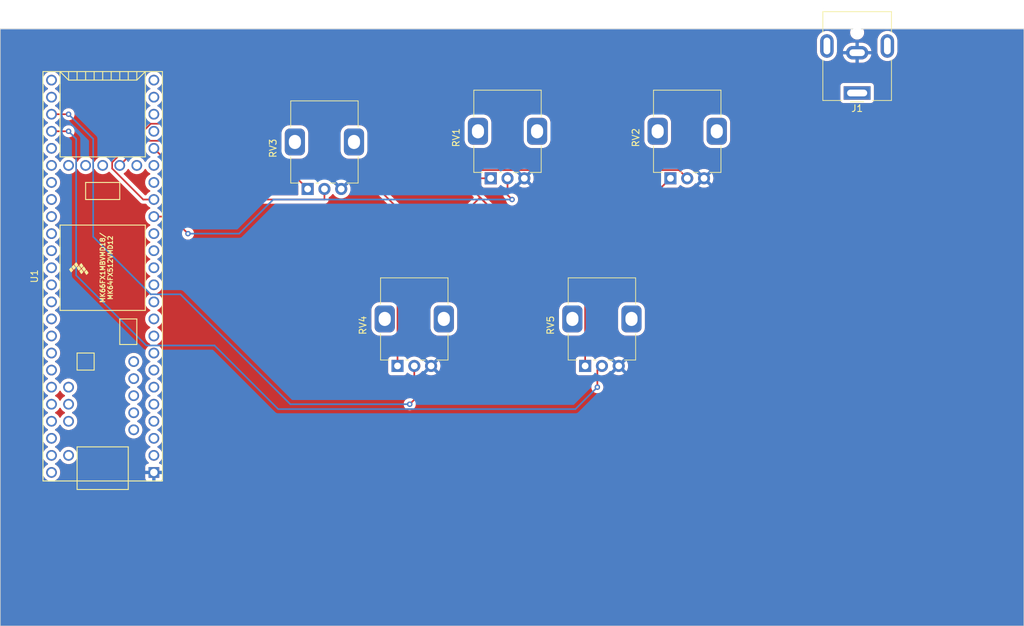
<source format=kicad_pcb>
(kicad_pcb (version 20240108) (generator "pcbnew") (generator_version "8.0")
  (layers (0 "F.Cu" signal) (31 "B.Cu" signal) (34 "B.Paste" user) (35 "F.Paste" user) (36 "B.SilkS" user "B.Silkscreen") (37 "F.SilkS" user "F.Silkscreen") (38 "B.Mask" user) (39 "F.Mask" user) (44 "Edge.Cuts" user))
  (net 0 "")
  (net 1 "GND")
  (net 2 "VCC")
  (net 57 "/grain_size_pot")
  (net 58 "teensy_3v3")
  (net 59 "/spread_pot")
  (net 60 "/density_pot")
  (net 61 "/wet_dry_pot")
  (net 62 "/volume_pot")
  (footprint "Potentiometer_THT:Potentiometer_Alps_RK09K_Single_Vertical" (layer "F.Cu") (at 98.42 62.88 90)
    (property "Reference" "RV1" (at 6.05 -5.15 90) (layer "F.SilkS"))
    (property "Value" "R_Potentiometer")
    (fp_line (start 13.12 -2.521) (end 13.12 7.52) (stroke (width 0.12)) (layer "F.SilkS"))
    (fp_line (start 9.184 -2.521) (end 13.12 -2.521) (stroke (width 0.12)) (layer "F.SilkS"))
    (fp_line (start 0.88 -2.521) (end 4.817 -2.521) (stroke (width 0.12)) (layer "F.SilkS"))
    (fp_line (start 0.88 -2.521) (end 0.88 -1.2) (stroke (width 0.12)) (layer "F.SilkS"))
    (fp_line (start 0.88 1.25) (end 0.88 1.63) (stroke (width 0.12)) (layer "F.SilkS"))
    (fp_line (start 0.88 3.371) (end 0.88 4.13) (stroke (width 0.12)) (layer "F.SilkS"))
    (fp_line (start 0.88 5.87) (end 0.88 7.52) (stroke (width 0.12)) (layer "F.SilkS"))
    (fp_line (start 9.184 7.52) (end 13.12 7.52) (stroke (width 0.12)) (layer "F.SilkS"))
    (fp_line (start 0.88 7.52) (end 4.817 7.52) (stroke (width 0.12)) (layer "F.SilkS"))
    (pad "1" thru_hole rect (at 0 0 90) (size 1.8 1.8) (drill 1) (layers "*.Cu" "*.Mask") (net 58 "teensy_3v3"))
    (pad "2" thru_hole circle (at 0 2.5 90) (size 1.8 1.8) (drill 1) (layers "*.Cu" "*.Mask") (net 57 "/grain_size_pot"))
    (pad "3" thru_hole circle (at 0 5 90) (size 1.8 1.8) (drill 1) (layers "*.Cu" "*.Mask") (net 1 "GND"))
    (pad "MP" thru_hole roundrect (at 7 -1.9 90) (size 4 3) (drill oval 2.1 1.8) (layers "*.Cu" "*.Mask"))
    (pad "MP" thru_hole roundrect (at 7 6.9 90) (size 4 3) (drill oval 2.1 1.8) (layers "*.Cu" "*.Mask"))
  )
  (footprint "Potentiometer_THT:Potentiometer_Alps_RK09K_Single_Vertical" (layer "F.Cu") (at 84.54 90.82 90)
    (property "Reference" "RV4" (at 6.05 -5.15 90) (layer "F.SilkS"))
    (property "Value" "R_Potentiometer")
    (fp_line (start 13.12 -2.521) (end 13.12 7.52) (stroke (width 0.12)) (layer "F.SilkS"))
    (fp_line (start 9.184 -2.521) (end 13.12 -2.521) (stroke (width 0.12)) (layer "F.SilkS"))
    (fp_line (start 0.88 -2.521) (end 4.817 -2.521) (stroke (width 0.12)) (layer "F.SilkS"))
    (fp_line (start 0.88 -2.521) (end 0.88 -1.2) (stroke (width 0.12)) (layer "F.SilkS"))
    (fp_line (start 0.88 1.25) (end 0.88 1.63) (stroke (width 0.12)) (layer "F.SilkS"))
    (fp_line (start 0.88 3.371) (end 0.88 4.13) (stroke (width 0.12)) (layer "F.SilkS"))
    (fp_line (start 0.88 5.87) (end 0.88 7.52) (stroke (width 0.12)) (layer "F.SilkS"))
    (fp_line (start 9.184 7.52) (end 13.12 7.52) (stroke (width 0.12)) (layer "F.SilkS"))
    (fp_line (start 0.88 7.52) (end 4.817 7.52) (stroke (width 0.12)) (layer "F.SilkS"))
    (pad "1" thru_hole rect (at 0 0 90) (size 1.8 1.8) (drill 1) (layers "*.Cu" "*.Mask") (net 58 "teensy_3v3"))
    (pad "2" thru_hole circle (at 0 2.5 90) (size 1.8 1.8) (drill 1) (layers "*.Cu" "*.Mask") (net 61 "/wet_dry_pot"))
    (pad "3" thru_hole circle (at 0 5 90) (size 1.8 1.8) (drill 1) (layers "*.Cu" "*.Mask") (net 1 "GND"))
    (pad "MP" thru_hole roundrect (at 7 -1.9 90) (size 4 3) (drill oval 2.1 1.8) (layers "*.Cu" "*.Mask"))
    (pad "MP" thru_hole roundrect (at 7 6.9 90) (size 4 3) (drill oval 2.1 1.8) (layers "*.Cu" "*.Mask"))
  )
  (footprint "Potentiometer_THT:Potentiometer_Alps_RK09K_Single_Vertical" (layer "F.Cu") (at 71.16 64.47 90)
    (property "Reference" "RV3" (at 6.05 -5.15 90) (layer "F.SilkS"))
    (property "Value" "R_Potentiometer")
    (fp_line (start 13.12 -2.521) (end 13.12 7.52) (stroke (width 0.12)) (layer "F.SilkS"))
    (fp_line (start 9.184 -2.521) (end 13.12 -2.521) (stroke (width 0.12)) (layer "F.SilkS"))
    (fp_line (start 0.88 -2.521) (end 4.817 -2.521) (stroke (width 0.12)) (layer "F.SilkS"))
    (fp_line (start 0.88 -2.521) (end 0.88 -1.2) (stroke (width 0.12)) (layer "F.SilkS"))
    (fp_line (start 0.88 1.25) (end 0.88 1.63) (stroke (width 0.12)) (layer "F.SilkS"))
    (fp_line (start 0.88 3.371) (end 0.88 4.13) (stroke (width 0.12)) (layer "F.SilkS"))
    (fp_line (start 0.88 5.87) (end 0.88 7.52) (stroke (width 0.12)) (layer "F.SilkS"))
    (fp_line (start 9.184 7.52) (end 13.12 7.52) (stroke (width 0.12)) (layer "F.SilkS"))
    (fp_line (start 0.88 7.52) (end 4.817 7.52) (stroke (width 0.12)) (layer "F.SilkS"))
    (pad "1" thru_hole rect (at 0 0 90) (size 1.8 1.8) (drill 1) (layers "*.Cu" "*.Mask") (net 58 "teensy_3v3"))
    (pad "2" thru_hole circle (at 0 2.5 90) (size 1.8 1.8) (drill 1) (layers "*.Cu" "*.Mask") (net 60 "/density_pot"))
    (pad "3" thru_hole circle (at 0 5 90) (size 1.8 1.8) (drill 1) (layers "*.Cu" "*.Mask") (net 1 "GND"))
    (pad "MP" thru_hole roundrect (at 7 -1.9 90) (size 4 3) (drill oval 2.1 1.8) (layers "*.Cu" "*.Mask"))
    (pad "MP" thru_hole roundrect (at 7 6.9 90) (size 4 3) (drill oval 2.1 1.8) (layers "*.Cu" "*.Mask"))
  )
  (footprint "Potentiometer_THT:Potentiometer_Alps_RK09K_Single_Vertical" (layer "F.Cu") (at 112.48 90.82 90)
    (property "Reference" "RV5" (at 6.05 -5.15 90) (layer "F.SilkS"))
    (property "Value" "R_Potentiometer")
    (fp_line (start 13.12 -2.521) (end 13.12 7.52) (stroke (width 0.12)) (layer "F.SilkS"))
    (fp_line (start 9.184 -2.521) (end 13.12 -2.521) (stroke (width 0.12)) (layer "F.SilkS"))
    (fp_line (start 0.88 -2.521) (end 4.817 -2.521) (stroke (width 0.12)) (layer "F.SilkS"))
    (fp_line (start 0.88 -2.521) (end 0.88 -1.2) (stroke (width 0.12)) (layer "F.SilkS"))
    (fp_line (start 0.88 1.25) (end 0.88 1.63) (stroke (width 0.12)) (layer "F.SilkS"))
    (fp_line (start 0.88 3.371) (end 0.88 4.13) (stroke (width 0.12)) (layer "F.SilkS"))
    (fp_line (start 0.88 5.87) (end 0.88 7.52) (stroke (width 0.12)) (layer "F.SilkS"))
    (fp_line (start 9.184 7.52) (end 13.12 7.52) (stroke (width 0.12)) (layer "F.SilkS"))
    (fp_line (start 0.88 7.52) (end 4.817 7.52) (stroke (width 0.12)) (layer "F.SilkS"))
    (pad "1" thru_hole rect (at 0 0 90) (size 1.8 1.8) (drill 1) (layers "*.Cu" "*.Mask") (net 58 "teensy_3v3"))
    (pad "2" thru_hole circle (at 0 2.5 90) (size 1.8 1.8) (drill 1) (layers "*.Cu" "*.Mask") (net 62 "/volume_pot"))
    (pad "3" thru_hole circle (at 0 5 90) (size 1.8 1.8) (drill 1) (layers "*.Cu" "*.Mask") (net 1 "GND"))
    (pad "MP" thru_hole roundrect (at 7 -1.9 90) (size 4 3) (drill oval 2.1 1.8) (layers "*.Cu" "*.Mask"))
    (pad "MP" thru_hole roundrect (at 7 6.9 90) (size 4 3) (drill oval 2.1 1.8) (layers "*.Cu" "*.Mask"))
  )
  (footprint "teensy:Teensy35_36" (layer "F.Cu") (at 40.64 77.47 90)
    (property "Reference" "U1" (at 0 -10.16 90) (layer "F.SilkS"))
    (property "Value" "Teensy3.6")
    (fp_line (start 30.48 -8.89) (end -30.48 -8.89) (stroke (width 0.15)) (layer "F.SilkS"))
    (fp_line (start 30.48 -8.89) (end 30.48 8.89) (stroke (width 0.15)) (layer "F.SilkS"))
    (fp_line (start 30.48 -6.35) (end 17.78 -6.35) (stroke (width 0.15)) (layer "F.SilkS"))
    (fp_line (start 17.78 -6.35) (end 17.78 6.35) (stroke (width 0.15)) (layer "F.SilkS"))
    (fp_line (start -5.08 -6.35) (end 7.62 -6.35) (stroke (width 0.15)) (layer "F.SilkS"))
    (fp_line (start -5.08 -6.35) (end -5.08 6.35) (stroke (width 0.15)) (layer "F.SilkS"))
    (fp_line (start 29.21 -5.08) (end 30.48 -6.35) (stroke (width 0.15)) (layer "F.SilkS"))
    (fp_line (start 29.21 -5.08) (end 30.48 -5.08) (stroke (width 0.15)) (layer "F.SilkS"))
    (fp_line (start 29.21 -3.81) (end 30.48 -3.81) (stroke (width 0.15)) (layer "F.SilkS"))
    (fp_line (start -11.43 -3.81) (end -13.97 -3.81) (stroke (width 0.15)) (layer "F.SilkS"))
    (fp_line (start -13.97 -3.81) (end -13.97 -1.27) (stroke (width 0.15)) (layer "F.SilkS"))
    (fp_line (start -25.4 -3.81) (end -30.48 -3.81) (stroke (width 0.15)) (layer "F.SilkS"))
    (fp_line (start -31.75 -3.81) (end -30.48 -3.81) (stroke (width 0.15)) (layer "F.SilkS"))
    (fp_line (start 29.21 -2.54) (end 30.48 -2.54) (stroke (width 0.15)) (layer "F.SilkS"))
    (fp_line (start 13.97 -2.54) (end 13.97 2.54) (stroke (width 0.15)) (layer "F.SilkS"))
    (fp_line (start 11.43 -2.54) (end 13.97 -2.54) (stroke (width 0.15)) (layer "F.SilkS"))
    (fp_line (start 29.21 -1.27) (end 30.48 -1.27) (stroke (width 0.15)) (layer "F.SilkS"))
    (fp_line (start -11.43 -1.27) (end -11.43 -3.81) (stroke (width 0.15)) (layer "F.SilkS"))
    (fp_line (start -13.97 -1.27) (end -11.43 -1.27) (stroke (width 0.15)) (layer "F.SilkS"))
    (fp_line (start 29.21 0) (end 30.48 0) (stroke (width 0.15)) (layer "F.SilkS"))
    (fp_line (start 29.21 1.27) (end 30.48 1.27) (stroke (width 0.15)) (layer "F.SilkS"))
    (fp_line (start 29.21 2.54) (end 30.48 2.54) (stroke (width 0.15)) (layer "F.SilkS"))
    (fp_line (start 13.97 2.54) (end 11.43 2.54) (stroke (width 0.15)) (layer "F.SilkS"))
    (fp_line (start 11.43 2.54) (end 11.43 -2.54) (stroke (width 0.15)) (layer "F.SilkS"))
    (fp_line (start -6.35 2.54) (end -6.35 5.08) (stroke (width 0.15)) (layer "F.SilkS"))
    (fp_line (start -10.16 2.54) (end -6.35 2.54) (stroke (width 0.15)) (layer "F.SilkS"))
    (fp_line (start 29.21 3.81) (end 30.48 3.81) (stroke (width 0.15)) (layer "F.SilkS"))
    (fp_line (start -25.4 3.81) (end -25.4 -3.81) (stroke (width 0.15)) (layer "F.SilkS"))
    (fp_line (start -25.4 3.81) (end -30.48 3.81) (stroke (width 0.15)) (layer "F.SilkS"))
    (fp_line (start -30.48 3.81) (end -31.75 3.81) (stroke (width 0.15)) (layer "F.SilkS"))
    (fp_line (start -31.75 3.81) (end -31.75 -3.81) (stroke (width 0.15)) (layer "F.SilkS"))
    (fp_line (start 29.21 5.08) (end 29.21 -5.08) (stroke (width 0.15)) (layer "F.SilkS"))
    (fp_line (start 29.21 5.08) (end 30.48 5.08) (stroke (width 0.15)) (layer "F.SilkS"))
    (fp_line (start -6.35 5.08) (end -10.16 5.08) (stroke (width 0.15)) (layer "F.SilkS"))
    (fp_line (start -10.16 5.08) (end -10.16 2.54) (stroke (width 0.15)) (layer "F.SilkS"))
    (fp_line (start 30.48 6.35) (end 29.21 5.08) (stroke (width 0.15)) (layer "F.SilkS"))
    (fp_line (start 17.78 6.35) (end 30.48 6.35) (stroke (width 0.15)) (layer "F.SilkS"))
    (fp_line (start 7.62 6.35) (end 7.62 -6.35) (stroke (width 0.15)) (layer "F.SilkS"))
    (fp_line (start -5.08 6.35) (end 7.62 6.35) (stroke (width 0.15)) (layer "F.SilkS"))
    (fp_line (start -30.48 8.89) (end -30.48 -8.89) (stroke (width 0.15)) (layer "F.SilkS"))
    (fp_line (start -30.48 8.89) (end 30.48 8.89) (stroke (width 0.15)) (layer "F.SilkS"))
    (fp_poly (pts (xy 1.016 -4.953) (xy 1.27 -4.699) (xy 0.889 -4.445) (xy 0.635 -4.699)) (stroke (width 0.1)) (fill solid) (layer "F.SilkS"))
    (fp_poly (pts (xy 1.397 -4.572) (xy 1.651 -4.318) (xy 1.27 -4.064) (xy 1.016 -4.318)) (stroke (width 0.1)) (fill solid) (layer "F.SilkS"))
    (fp_poly (pts (xy 1.778 -4.191) (xy 2.032 -3.937) (xy 1.651 -3.683) (xy 1.397 -3.937)) (stroke (width 0.1)) (fill solid) (layer "F.SilkS"))
    (fp_poly (pts (xy 1.27 -3.81) (xy 1.524 -3.556) (xy 1.143 -3.302) (xy 0.889 -3.556)) (stroke (width 0.1)) (fill solid) (layer "F.SilkS"))
    (fp_poly (pts (xy 1.651 -3.429) (xy 1.905 -3.175) (xy 1.524 -2.921) (xy 1.27 -3.175)) (stroke (width 0.1)) (fill solid) (layer "F.SilkS"))
    (fp_poly (pts (xy 0.762 -3.429) (xy 1.016 -3.175) (xy 0.635 -2.921) (xy 0.381 -3.175)) (stroke (width 0.1)) (fill solid) (layer "F.SilkS"))
    (fp_poly (pts (xy 1.143 -3.048) (xy 1.397 -2.794) (xy 1.016 -2.54) (xy 0.762 -2.794)) (stroke (width 0.1)) (fill solid) (layer "F.SilkS"))
    (fp_poly (pts (xy 0.635 -2.667) (xy 0.889 -2.413) (xy 0.508 -2.159) (xy 0.254 -2.413)) (stroke (width 0.1)) (fill solid) (layer "F.SilkS"))
    (fp_text user "MK66FX1MBVMD18/" (at 1.27 0 90) (layer "F.SilkS") (effects (font (size 0.7 0.7))))
    (fp_text user "MK64FX512VMD12" (at 1.27 1.143 90) (layer "F.SilkS") (effects (font (size 0.7 0.7))))
    (pad "1" thru_hole rect (at -29.21 7.62 90) (size 1.6 1.6) (drill 1.1) (layers "*.Cu" "*.Mask") (net 1 "GND"))
    (pad "2" thru_hole circle (at -26.67 7.62 90) (size 1.6 1.6) (drill 1.1) (layers "*.Cu" "*.Mask"))
    (pad "3" thru_hole circle (at -24.13 7.62 90) (size 1.6 1.6) (drill 1.1) (layers "*.Cu" "*.Mask"))
    (pad "4" thru_hole circle (at -21.59 7.62 90) (size 1.6 1.6) (drill 1.1) (layers "*.Cu" "*.Mask"))
    (pad "5" thru_hole circle (at -19.05 7.62 90) (size 1.6 1.6) (drill 1.1) (layers "*.Cu" "*.Mask"))
    (pad "6" thru_hole circle (at -16.51 7.62 90) (size 1.6 1.6) (drill 1.1) (layers "*.Cu" "*.Mask"))
    (pad "7" thru_hole circle (at -13.97 7.62 90) (size 1.6 1.6) (drill 1.1) (layers "*.Cu" "*.Mask"))
    (pad "8" thru_hole circle (at -11.43 7.62 90) (size 1.6 1.6) (drill 1.1) (layers "*.Cu" "*.Mask"))
    (pad "9" thru_hole circle (at -8.89 7.62 90) (size 1.6 1.6) (drill 1.1) (layers "*.Cu" "*.Mask"))
    (pad "10" thru_hole circle (at -6.35 7.62 90) (size 1.6 1.6) (drill 1.1) (layers "*.Cu" "*.Mask"))
    (pad "11" thru_hole circle (at -3.81 7.62 90) (size 1.6 1.6) (drill 1.1) (layers "*.Cu" "*.Mask"))
    (pad "12" thru_hole circle (at -1.27 7.62 90) (size 1.6 1.6) (drill 1.1) (layers "*.Cu" "*.Mask"))
    (pad "13" thru_hole circle (at 1.27 7.62 90) (size 1.6 1.6) (drill 1.1) (layers "*.Cu" "*.Mask"))
    (pad "14" thru_hole circle (at 3.81 7.62 90) (size 1.6 1.6) (drill 1.1) (layers "*.Cu" "*.Mask"))
    (pad "15" thru_hole circle (at 6.35 7.62 90) (size 1.6 1.6) (drill 1.1) (layers "*.Cu" "*.Mask"))
    (pad "16" thru_hole circle (at 8.89 7.62 90) (size 1.6 1.6) (drill 1.1) (layers "*.Cu" "*.Mask") (net 57 "/grain_size_pot"))
    (pad "17" thru_hole circle (at 11.43 7.62 90) (size 1.6 1.6) (drill 1.1) (layers "*.Cu" "*.Mask") (net 59 "/spread_pot"))
    (pad "18" thru_hole circle (at 13.97 7.62 90) (size 1.6 1.6) (drill 1.1) (layers "*.Cu" "*.Mask"))
    (pad "19" thru_hole circle (at 16.51 7.62 90) (size 1.6 1.6) (drill 1.1) (layers "*.Cu" "*.Mask"))
    (pad "20" thru_hole circle (at 19.05 7.62 90) (size 1.6 1.6) (drill 1.1) (layers "*.Cu" "*.Mask") (net 60 "/density_pot"))
    (pad "21" thru_hole circle (at 21.59 7.62 90) (size 1.6 1.6) (drill 1.1) (layers "*.Cu" "*.Mask"))
    (pad "22" thru_hole circle (at 24.13 7.62 90) (size 1.6 1.6) (drill 1.1) (layers "*.Cu" "*.Mask"))
    (pad "23" thru_hole circle (at 26.67 7.62 90) (size 1.6 1.6) (drill 1.1) (layers "*.Cu" "*.Mask"))
    (pad "24" thru_hole circle (at 29.21 7.62 90) (size 1.6 1.6) (drill 1.1) (layers "*.Cu" "*.Mask"))
    (pad "25" thru_hole circle (at 16.51 5.08 90) (size 1.6 1.6) (drill 1.1) (layers "*.Cu" "*.Mask"))
    (pad "26" thru_hole circle (at 16.51 2.54 90) (size 1.6 1.6) (drill 1.1) (layers "*.Cu" "*.Mask") (net 58 "teensy_3v3"))
    (pad "27" thru_hole circle (at 16.51 0 90) (size 1.6 1.6) (drill 1.1) (layers "*.Cu" "*.Mask"))
    (pad "28" thru_hole circle (at 16.51 -2.54 90) (size 1.6 1.6) (drill 1.1) (layers "*.Cu" "*.Mask"))
    (pad "29" thru_hole circle (at 16.51 -5.08 90) (size 1.6 1.6) (drill 1.1) (layers "*.Cu" "*.Mask"))
    (pad "30" thru_hole circle (at 29.21 -7.62 90) (size 1.6 1.6) (drill 1.1) (layers "*.Cu" "*.Mask"))
    (pad "31" thru_hole circle (at 26.67 -7.62 90) (size 1.6 1.6) (drill 1.1) (layers "*.Cu" "*.Mask"))
    (pad "32" thru_hole circle (at 24.13 -7.62 90) (size 1.6 1.6) (drill 1.1) (layers "*.Cu" "*.Mask"))
    (pad "33" thru_hole circle (at 21.59 -7.62 90) (size 1.6 1.6) (drill 1.1) (layers "*.Cu" "*.Mask"))
    (pad "34" thru_hole circle (at 19.05 -7.62 90) (size 1.6 1.6) (drill 1.1) (layers "*.Cu" "*.Mask"))
    (pad "35" thru_hole circle (at 16.51 -7.62 90) (size 1.6 1.6) (drill 1.1) (layers "*.Cu" "*.Mask"))
    (pad "36" thru_hole circle (at 13.97 -7.62 90) (size 1.6 1.6) (drill 1.1) (layers "*.Cu" "*.Mask"))
    (pad "37" thru_hole circle (at 11.43 -7.62 90) (size 1.6 1.6) (drill 1.1) (layers "*.Cu" "*.Mask"))
    (pad "38" thru_hole circle (at 8.89 -7.62 90) (size 1.6 1.6) (drill 1.1) (layers "*.Cu" "*.Mask"))
    (pad "39" thru_hole circle (at 6.35 -7.62 90) (size 1.6 1.6) (drill 1.1) (layers "*.Cu" "*.Mask"))
    (pad "40" thru_hole circle (at 3.81 -7.62 90) (size 1.6 1.6) (drill 1.1) (layers "*.Cu" "*.Mask"))
    (pad "41" thru_hole circle (at 1.27 -7.62 90) (size 1.6 1.6) (drill 1.1) (layers "*.Cu" "*.Mask"))
    (pad "42" thru_hole circle (at -1.27 -7.62 90) (size 1.6 1.6) (drill 1.1) (layers "*.Cu" "*.Mask"))
    (pad "43" thru_hole circle (at -3.81 -7.62 90) (size 1.6 1.6) (drill 1.1) (layers "*.Cu" "*.Mask"))
    (pad "44" thru_hole circle (at -6.35 -7.62 90) (size 1.6 1.6) (drill 1.1) (layers "*.Cu" "*.Mask"))
    (pad "45" thru_hole circle (at -8.89 -7.62 90) (size 1.6 1.6) (drill 1.1) (layers "*.Cu" "*.Mask"))
    (pad "46" thru_hole circle (at -11.43 -7.62 90) (size 1.6 1.6) (drill 1.1) (layers "*.Cu" "*.Mask"))
    (pad "47" thru_hole circle (at -13.97 -7.62 90) (size 1.6 1.6) (drill 1.1) (layers "*.Cu" "*.Mask"))
    (pad "48" thru_hole circle (at -16.51 -7.62 90) (size 1.6 1.6) (drill 1.1) (layers "*.Cu" "*.Mask"))
    (pad "49" thru_hole circle (at -19.05 -7.62 90) (size 1.6 1.6) (drill 1.1) (layers "*.Cu" "*.Mask"))
    (pad "50" thru_hole circle (at -21.59 -7.62 90) (size 1.6 1.6) (drill 1.1) (layers "*.Cu" "*.Mask"))
    (pad "51" thru_hole circle (at -24.13 -7.62 90) (size 1.6 1.6) (drill 1.1) (layers "*.Cu" "*.Mask"))
    (pad "52" thru_hole circle (at -26.67 -7.62 90) (size 1.6 1.6) (drill 1.1) (layers "*.Cu" "*.Mask"))
    (pad "53" thru_hole circle (at -29.21 -7.62 90) (size 1.6 1.6) (drill 1.1) (layers "*.Cu" "*.Mask") (net 2 "VCC"))
    (pad "54" thru_hole circle (at -26.67 -5.08 90) (size 1.6 1.6) (drill 1.1) (layers "*.Cu" "*.Mask"))
    (pad "55" thru_hole circle (at -21.59 -5.08 90) (size 1.6 1.6) (drill 1.1) (layers "*.Cu" "*.Mask"))
    (pad "56" thru_hole circle (at -19.05 -5.08 90) (size 1.6 1.6) (drill 1.1) (layers "*.Cu" "*.Mask"))
    (pad "57" thru_hole circle (at -16.51 -5.08 90) (size 1.6 1.6) (drill 1.1) (layers "*.Cu" "*.Mask"))
    (pad "58" thru_hole circle (at -22.86 4.62 90) (size 1.6 1.6) (drill 1.1) (layers "*.Cu" "*.Mask"))
    (pad "59" thru_hole circle (at -20.32 4.62 90) (size 1.6 1.6) (drill 1.1) (layers "*.Cu" "*.Mask"))
    (pad "60" thru_hole circle (at -17.78 4.62 90) (size 1.6 1.6) (drill 1.1) (layers "*.Cu" "*.Mask"))
    (pad "61" thru_hole circle (at -15.24 4.62 90) (size 1.6 1.6) (drill 1.1) (layers "*.Cu" "*.Mask"))
    (pad "62" thru_hole circle (at -12.7 4.62 90) (size 1.6 1.6) (drill 1.1) (layers "*.Cu" "*.Mask"))
  )
  (footprint "Connector_BarrelJack:BarrelJack_CUI_PJ-063AH_Horizontal" (layer "F.Cu") (at 152.98 50.18 180)
    (property "Reference" "J1" (at 0 -2.3 0) (layer "F.SilkS"))
    (property "Value" "Barrel_Jack")
    (fp_line (start 5.11 12.11) (end -5.11 12.11) (stroke (width 0.12)) (layer "F.SilkS"))
    (fp_line (start 5.11 9.05) (end 5.11 12.11) (stroke (width 0.12)) (layer "F.SilkS"))
    (fp_line (start 5.11 -1.11) (end 5.11 4.95) (stroke (width 0.12)) (layer "F.SilkS"))
    (fp_line (start 2.3 -1.11) (end 5.11 -1.11) (stroke (width 0.12)) (layer "F.SilkS"))
    (fp_line (start -1 -1.3) (end 1 -1.3) (stroke (width 0.12)) (layer "F.SilkS"))
    (fp_line (start -5.11 12.11) (end -5.11 9.05) (stroke (width 0.12)) (layer "F.SilkS"))
    (fp_line (start -5.11 4.95) (end -5.11 -1.11) (stroke (width 0.12)) (layer "F.SilkS"))
    (fp_line (start -5.11 -1.11) (end -2.3 -1.11) (stroke (width 0.12)) (layer "F.SilkS"))
    (pad "" np_thru_hole circle (at 0 9 180) (size 1.6 1.6) (drill 1.6) (layers "*.Cu" "*.Mask"))
    (pad "1" thru_hole rect (at 0 0 180) (size 4 2) (drill oval 3 1) (layers "*.Cu" "*.Mask") (net 2 "VCC"))
    (pad "2" thru_hole oval (at 0 6 180) (size 3.3 2) (drill oval 2.3 1) (layers "*.Cu" "*.Mask") (net 1 "GND"))
    (pad "MP" thru_hole oval (at -4.5 7 180) (size 2 3.5) (drill oval 1 2.5) (layers "*.Cu" "*.Mask"))
    (pad "MP" thru_hole oval (at 4.5 7 180) (size 2 3.5) (drill oval 1 2.5) (layers "*.Cu" "*.Mask"))
  )
  (footprint "Potentiometer_THT:Potentiometer_Alps_RK09K_Single_Vertical" (layer "F.Cu") (at 125.18 62.88 90)
    (property "Reference" "RV2" (at 6.05 -5.15 90) (layer "F.SilkS"))
    (property "Value" "R_Potentiometer")
    (fp_line (start 13.12 -2.521) (end 13.12 7.52) (stroke (width 0.12)) (layer "F.SilkS"))
    (fp_line (start 9.184 -2.521) (end 13.12 -2.521) (stroke (width 0.12)) (layer "F.SilkS"))
    (fp_line (start 0.88 -2.521) (end 4.817 -2.521) (stroke (width 0.12)) (layer "F.SilkS"))
    (fp_line (start 0.88 -2.521) (end 0.88 -1.2) (stroke (width 0.12)) (layer "F.SilkS"))
    (fp_line (start 0.88 1.25) (end 0.88 1.63) (stroke (width 0.12)) (layer "F.SilkS"))
    (fp_line (start 0.88 3.371) (end 0.88 4.13) (stroke (width 0.12)) (layer "F.SilkS"))
    (fp_line (start 0.88 5.87) (end 0.88 7.52) (stroke (width 0.12)) (layer "F.SilkS"))
    (fp_line (start 9.184 7.52) (end 13.12 7.52) (stroke (width 0.12)) (layer "F.SilkS"))
    (fp_line (start 0.88 7.52) (end 4.817 7.52) (stroke (width 0.12)) (layer "F.SilkS"))
    (pad "1" thru_hole rect (at 0 0 90) (size 1.8 1.8) (drill 1) (layers "*.Cu" "*.Mask") (net 58 "teensy_3v3"))
    (pad "2" thru_hole circle (at 0 2.5 90) (size 1.8 1.8) (drill 1) (layers "*.Cu" "*.Mask") (net 59 "/spread_pot"))
    (pad "3" thru_hole circle (at 0 5 90) (size 1.8 1.8) (drill 1) (layers "*.Cu" "*.Mask") (net 1 "GND"))
    (pad "MP" thru_hole roundrect (at 7 -1.9 90) (size 4 3) (drill oval 2.1 1.8) (layers "*.Cu" "*.Mask"))
    (pad "MP" thru_hole roundrect (at 7 6.9 90) (size 4 3) (drill oval 2.1 1.8) (layers "*.Cu" "*.Mask"))
  )
  (gr_line (start 177.8 129.54) (end 177.8 40.64) (stroke (width 0.1)) (layer "Edge.Cuts"))
  (gr_line (start 177.8 40.64) (end 25.4 40.64) (stroke (width 0.1)) (layer "Edge.Cuts"))
  (gr_line (start 25.4 40.64) (end 25.4 129.54) (stroke (width 0.1)) (layer "Edge.Cuts"))
  (gr_line (start 25.4 129.54) (end 177.8 129.54) (stroke (width 0.1)) (layer "Edge.Cuts"))
  (segment (start 114.92 90.82) (end 114.98 90.82) (width 0.25) (layer "F.Cu") (net 0))
  (segment (start 114.3 91.44) (end 114.92 90.82) (width 0.25) (layer "F.Cu") (net 0))
  (segment (start 87.04 95.84) (end 87.04 90.82) (width 0.25) (layer "F.Cu") (net 0))
  (segment (start 86.36 96.52) (end 87.04 95.84) (width 0.25) (layer "F.Cu") (net 0))
  (segment (start 33.02 53.34) (end 35.56 53.34) (width 0.25) (layer "F.Cu") (net 0))
  (segment (start 114.3 93.98) (end 114.3 91.44) (width 0.25) (layer "F.Cu") (net 0))
  (segment (start 33.02 55.88) (end 35.56 55.88) (width 0.25) (layer "F.Cu") (net 0))
  (via (at 35.56 53.34) (size 0.8) (drill 0.4) (layers "F.Cu" "B.Cu") (net 0))
  (via (at 114.3 93.98) (size 0.8) (drill 0.4) (layers "F.Cu" "B.Cu") (net 0))
  (via (at 35.56 55.88) (size 0.8) (drill 0.4) (layers "F.Cu" "B.Cu") (net 0))
  (via (at 86.36 96.52) (size 0.8) (drill 0.4) (layers "F.Cu" "B.Cu") (net 0))
  (segment (start 111.035 97.245) (end 114.3 93.98) (width 0.25) (layer "B.Cu") (net 0))
  (segment (start 36.685 77.325) (end 47.135 87.775) (width 0.25) (layer "B.Cu") (net 0))
  (segment (start 39.225 57.005) (end 39.225 71.585991) (width 0.25) (layer "B.Cu") (net 0))
  (segment (start 47.794009 80.155) (end 52.215 80.155) (width 0.25) (layer "B.Cu") (net 0))
  (segment (start 35.56 55.88) (end 36.685 57.005) (width 0.25) (layer "B.Cu") (net 0))
  (segment (start 39.225 71.585991) (end 47.794009 80.155) (width 0.25) (layer "B.Cu") (net 0))
  (segment (start 68.58 96.52) (end 86.36 96.52) (width 0.25) (layer "B.Cu") (net 0))
  (segment (start 47.135 87.775) (end 57.295 87.775) (width 0.25) (layer "B.Cu") (net 0))
  (segment (start 36.685 57.005) (end 36.685 77.325) (width 0.25) (layer "B.Cu") (net 0))
  (segment (start 57.295 87.775) (end 66.765 97.245) (width 0.25) (layer "B.Cu") (net 0))
  (segment (start 35.56 53.34) (end 39.225 57.005) (width 0.25) (layer "B.Cu") (net 0))
  (segment (start 66.765 97.245) (end 111.035 97.245) (width 0.25) (layer "B.Cu") (net 0))
  (segment (start 52.215 80.155) (end 68.58 96.52) (width 0.25) (layer "B.Cu") (net 0))
  (segment (start 81.07 63.84) (end 89.07 71.84) (width 0.25) (layer "F.Cu") (net 2))
  (segment (start 80.3 63.84) (end 81.07 63.84) (width 0.25) (layer "F.Cu") (net 2))
  (segment (start 50.8 68.58) (end 48.26 68.58) (width 0.25) (layer "F.Cu") (net 57))
  (segment (start 100.92 62.88) (end 100.92 65.36) (width 0.25) (layer "F.Cu") (net 57))
  (segment (start 100.92 65.36) (end 101.6 66.04) (width 0.25) (layer "F.Cu") (net 57))
  (segment (start 53.34 71.12) (end 50.8 68.58) (width 0.25) (layer "F.Cu") (net 57))
  (via (at 53.34 71.12) (size 0.8) (drill 0.4) (layers "F.Cu" "B.Cu") (net 57))
  (via (at 101.6 66.04) (size 0.8) (drill 0.4) (layers "F.Cu" "B.Cu") (net 57))
  (segment (start 60.96 71.12) (end 53.34 71.12) (width 0.25) (layer "B.Cu") (net 57))
  (segment (start 66.04 66.04) (end 60.96 71.12) (width 0.25) (layer "B.Cu") (net 57))
  (segment (start 101.6 66.04) (end 66.04 66.04) (width 0.25) (layer "B.Cu") (net 57))
  (segment (start 58.885 56.345) (end 57.935 57.295) (width 0.25) (layer "F.Cu") (net 58))
  (segment (start 93.98 62.88) (end 65.42 62.88) (width 0.25) (layer "F.Cu") (net 58))
  (segment (start 125.18 62.88) (end 115.77 72.29) (width 0.25) (layer "F.Cu") (net 58))
  (segment (start 96.83 65.73) (end 93.98 62.88) (width 0.25) (layer "F.Cu") (net 58))
  (segment (start 65.42 62.88) (end 58.885 56.345) (width 0.25) (layer "F.Cu") (net 58))
  (segment (start 112.48 81.38) (end 96.83 65.73) (width 0.25) (layer "F.Cu") (net 58))
  (segment (start 46.845 57.295) (end 43.18 60.96) (width 0.25) (layer "F.Cu") (net 58))
  (segment (start 112.48 90.82) (end 112.48 81.38) (width 0.25) (layer "F.Cu") (net 58))
  (segment (start 60.96 54.27) (end 58.885 56.345) (width 0.25) (layer "F.Cu") (net 58))
  (segment (start 71.16 64.47) (end 60.96 54.27) (width 0.25) (layer "F.Cu") (net 58))
  (segment (start 103.39 72.29) (end 96.83 65.73) (width 0.25) (layer "F.Cu") (net 58))
  (segment (start 57.935 57.295) (end 46.845 57.295) (width 0.25) (layer "F.Cu") (net 58))
  (segment (start 84.54 78.02) (end 96.83 65.73) (width 0.25) (layer "F.Cu") (net 58))
  (segment (start 115.77 72.29) (end 103.39 72.29) (width 0.25) (layer "F.Cu") (net 58))
  (segment (start 84.54 90.82) (end 84.54 78.02) (width 0.25) (layer "F.Cu") (net 58))
  (segment (start 98.42 62.88) (end 93.98 62.88) (width 0.25) (layer "F.Cu") (net 58))
  (segment (start 46.669009 66.04) (end 48.26 66.04) (width 0.25) (layer "F.Cu") (net 59))
  (segment (start 55.43 54.755) (end 47.794009 54.755) (width 0.25) (layer "F.Cu") (net 59))
  (segment (start 56.365 53.82) (end 55.43 54.755) (width 0.25) (layer "F.Cu") (net 59))
  (segment (start 69.275 61.655) (end 61.44 53.82) (width 0.25) (layer "F.Cu") (net 59))
  (segment (start 42.055 61.425991) (end 46.669009 66.04) (width 0.25) (layer "F.Cu") (net 59))
  (segment (start 127.68 62.88) (end 126.455 61.655) (width 0.25) (layer "F.Cu") (net 59))
  (segment (start 61.44 53.82) (end 56.365 53.82) (width 0.25) (layer "F.Cu") (net 59))
  (segment (start 47.794009 54.755) (end 42.055 60.494009) (width 0.25) (layer "F.Cu") (net 59))
  (segment (start 42.055 60.494009) (end 42.055 61.425991) (width 0.25) (layer "F.Cu") (net 59))
  (segment (start 126.455 61.655) (end 69.275 61.655) (width 0.25) (layer "F.Cu") (net 59))
  (segment (start 73.66 66.04) (end 55.88 66.04) (width 0.25) (layer "F.Cu") (net 60))
  (segment (start 73.66 64.47) (end 73.66 66.04) (width 0.25) (layer "F.Cu") (net 60))
  (segment (start 55.88 66.04) (end 48.26 58.42) (width 0.25) (layer "F.Cu") (net 60))
  (zone (net 0) (net_name "") (layer "F.Cu") (connect_pads (clearance 0.5)) (min_thickness 0.25) (fill yes (thermal_gap 0.5) (thermal_bridge_width 0.5) (island_removal_mode 1) (island_area_min 10))
    (polygon (pts (xy 25.4 40.64) (xy 25.4 129.54) (xy 177.8 129.54) (xy 177.8 40.64)))
  )
  (zone (net 1) (net_name "GND") (layer "B.Cu") (priority 2) (connect_pads (clearance 0.5)) (min_thickness 0.25) (fill yes (thermal_gap 0.5) (thermal_bridge_width 0.5))
    (polygon (pts (xy 25.4 40.64) (xy 25.4 129.54) (xy 177.8 129.54) (xy 177.8 40.64)))
  )
)
</source>
